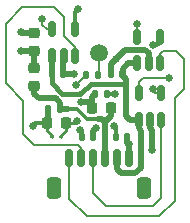
<source format=gbr>
%TF.GenerationSoftware,KiCad,Pcbnew,7.0.6*%
%TF.CreationDate,2024-06-20T12:42:18-04:00*%
%TF.ProjectId,ActiveImpactor_Encoder_Celera,41637469-7665-4496-9d70-6163746f725f,rev?*%
%TF.SameCoordinates,Original*%
%TF.FileFunction,Copper,L1,Top*%
%TF.FilePolarity,Positive*%
%FSLAX46Y46*%
G04 Gerber Fmt 4.6, Leading zero omitted, Abs format (unit mm)*
G04 Created by KiCad (PCBNEW 7.0.6) date 2024-06-20 12:42:18*
%MOMM*%
%LPD*%
G01*
G04 APERTURE LIST*
G04 Aperture macros list*
%AMRoundRect*
0 Rectangle with rounded corners*
0 $1 Rounding radius*
0 $2 $3 $4 $5 $6 $7 $8 $9 X,Y pos of 4 corners*
0 Add a 4 corners polygon primitive as box body*
4,1,4,$2,$3,$4,$5,$6,$7,$8,$9,$2,$3,0*
0 Add four circle primitives for the rounded corners*
1,1,$1+$1,$2,$3*
1,1,$1+$1,$4,$5*
1,1,$1+$1,$6,$7*
1,1,$1+$1,$8,$9*
0 Add four rect primitives between the rounded corners*
20,1,$1+$1,$2,$3,$4,$5,0*
20,1,$1+$1,$4,$5,$6,$7,0*
20,1,$1+$1,$6,$7,$8,$9,0*
20,1,$1+$1,$8,$9,$2,$3,0*%
G04 Aperture macros list end*
%TA.AperFunction,SMDPad,CuDef*%
%ADD10RoundRect,0.150000X0.150000X-0.512500X0.150000X0.512500X-0.150000X0.512500X-0.150000X-0.512500X0*%
%TD*%
%TA.AperFunction,SMDPad,CuDef*%
%ADD11RoundRect,0.140000X0.140000X0.170000X-0.140000X0.170000X-0.140000X-0.170000X0.140000X-0.170000X0*%
%TD*%
%TA.AperFunction,SMDPad,CuDef*%
%ADD12RoundRect,0.150000X0.150000X0.625000X-0.150000X0.625000X-0.150000X-0.625000X0.150000X-0.625000X0*%
%TD*%
%TA.AperFunction,SMDPad,CuDef*%
%ADD13RoundRect,0.250000X0.350000X0.650000X-0.350000X0.650000X-0.350000X-0.650000X0.350000X-0.650000X0*%
%TD*%
%TA.AperFunction,SMDPad,CuDef*%
%ADD14RoundRect,0.225000X-0.250000X0.225000X-0.250000X-0.225000X0.250000X-0.225000X0.250000X0.225000X0*%
%TD*%
%TA.AperFunction,SMDPad,CuDef*%
%ADD15C,1.500000*%
%TD*%
%TA.AperFunction,SMDPad,CuDef*%
%ADD16RoundRect,0.140000X-0.140000X-0.170000X0.140000X-0.170000X0.140000X0.170000X-0.140000X0.170000X0*%
%TD*%
%TA.AperFunction,SMDPad,CuDef*%
%ADD17RoundRect,0.062500X0.117500X0.062500X-0.117500X0.062500X-0.117500X-0.062500X0.117500X-0.062500X0*%
%TD*%
%TA.AperFunction,SMDPad,CuDef*%
%ADD18RoundRect,0.135000X0.135000X0.185000X-0.135000X0.185000X-0.135000X-0.185000X0.135000X-0.185000X0*%
%TD*%
%TA.AperFunction,SMDPad,CuDef*%
%ADD19RoundRect,0.225000X0.225000X0.250000X-0.225000X0.250000X-0.225000X-0.250000X0.225000X-0.250000X0*%
%TD*%
%TA.AperFunction,SMDPad,CuDef*%
%ADD20RoundRect,0.218750X-0.256250X0.218750X-0.256250X-0.218750X0.256250X-0.218750X0.256250X0.218750X0*%
%TD*%
%TA.AperFunction,SMDPad,CuDef*%
%ADD21RoundRect,0.225000X-0.225000X-0.250000X0.225000X-0.250000X0.225000X0.250000X-0.225000X0.250000X0*%
%TD*%
%TA.AperFunction,SMDPad,CuDef*%
%ADD22RoundRect,0.135000X-0.135000X-0.185000X0.135000X-0.185000X0.135000X0.185000X-0.135000X0.185000X0*%
%TD*%
%TA.AperFunction,ViaPad*%
%ADD23C,0.650000*%
%TD*%
%TA.AperFunction,Conductor*%
%ADD24C,0.500000*%
%TD*%
%TA.AperFunction,Conductor*%
%ADD25C,0.200000*%
%TD*%
%TA.AperFunction,Conductor*%
%ADD26C,0.300000*%
%TD*%
%TA.AperFunction,Conductor*%
%ADD27C,0.250000*%
%TD*%
%TA.AperFunction,Conductor*%
%ADD28C,0.400000*%
%TD*%
G04 APERTURE END LIST*
D10*
%TO.P,U102,1,VCC*%
%TO.N,+3.3V*%
X3350000Y-837500D03*
%TO.P,U102,2,GND*%
%TO.N,GND*%
X4300000Y-837500D03*
%TO.P,U102,3,RO*%
%TO.N,ENC_A*%
X5250000Y-837500D03*
%TO.P,U102,4,B*%
%TO.N,A-*%
X5250000Y1437500D03*
%TO.P,U102,5,A*%
%TO.N,A+*%
X3350000Y1437500D03*
%TD*%
D11*
%TO.P,C101,1*%
%TO.N,GND*%
X-520000Y-2300000D03*
%TO.P,C101,2*%
%TO.N,Net-(U101-DC1)*%
X-1480000Y-2300000D03*
%TD*%
D12*
%TO.P,J101,1,Pin_1*%
%TO.N,GND*%
X2500000Y-4075000D03*
%TO.P,J101,2,Pin_2*%
%TO.N,+3.3V*%
X1500000Y-4075000D03*
%TO.P,J101,3,Pin_3*%
%TO.N,+5V*%
X500000Y-4075000D03*
%TO.P,J101,4,Pin_4*%
%TO.N,ENC_A*%
X-500000Y-4075000D03*
%TO.P,J101,5,Pin_5*%
%TO.N,ENC_B*%
X-1500000Y-4075000D03*
%TO.P,J101,6,Pin_6*%
%TO.N,ENC_IW*%
X-2500000Y-4075000D03*
D13*
%TO.P,J101,MP*%
%TO.N,N/C*%
X3800000Y-6600000D03*
X-3800000Y-6600000D03*
%TD*%
D14*
%TO.P,C105,1*%
%TO.N,GND*%
X-5500000Y6575000D03*
%TO.P,C105,2*%
%TO.N,Net-(U101-+5VD)*%
X-5500000Y5025000D03*
%TD*%
D15*
%TO.P,TP101,1,1*%
%TO.N,Net-(R102-Pad2)*%
X0Y4800000D03*
%TD*%
D11*
%TO.P,C102,1*%
%TO.N,GND*%
X2380000Y-2300000D03*
%TO.P,C102,2*%
%TO.N,Net-(U101-DC2)*%
X1420000Y-2300000D03*
%TD*%
D16*
%TO.P,C107,1*%
%TO.N,+3.3V*%
X-3980000Y3100000D03*
%TO.P,C107,2*%
%TO.N,GND*%
X-3020000Y3100000D03*
%TD*%
D11*
%TO.P,C108,1*%
%TO.N,+3.3V*%
X1980000Y3100000D03*
%TO.P,C108,2*%
%TO.N,GND*%
X1020000Y3100000D03*
%TD*%
D10*
%TO.P,U104,1,VCC*%
%TO.N,+3.3V*%
X3250000Y3962500D03*
%TO.P,U104,2,GND*%
%TO.N,GND*%
X4200000Y3962500D03*
%TO.P,U104,3,RO*%
%TO.N,ENC_IW*%
X5150000Y3962500D03*
%TO.P,U104,4,B*%
%TO.N,IW-*%
X5150000Y6237500D03*
%TO.P,U104,5,A*%
%TO.N,IW+*%
X3250000Y6237500D03*
%TD*%
D17*
%TO.P,D101,1,K*%
%TO.N,Net-(D101-K)*%
X-4020000Y-2300000D03*
%TO.P,D101,2,A*%
%TO.N,Net-(D101-A)*%
X-3180000Y-2300000D03*
%TD*%
D18*
%TO.P,R101,1*%
%TO.N,+5V*%
X-3290000Y100000D03*
%TO.P,R101,2*%
%TO.N,Net-(D101-K)*%
X-4310000Y100000D03*
%TD*%
D19*
%TO.P,C104,1*%
%TO.N,+5V*%
X975000Y200000D03*
%TO.P,C104,2*%
%TO.N,GND*%
X-575000Y200000D03*
%TD*%
D20*
%TO.P,L101,1*%
%TO.N,Net-(U101-+5VD)*%
X-5500000Y3587500D03*
%TO.P,L101,2*%
%TO.N,+5V*%
X-5500000Y2012500D03*
%TD*%
D21*
%TO.P,C103,1*%
%TO.N,Net-(D101-K)*%
X-4375000Y-1100000D03*
%TO.P,C103,2*%
%TO.N,Net-(D101-A)*%
X-2825000Y-1100000D03*
%TD*%
D22*
%TO.P,R102,1*%
%TO.N,Net-(U101-S+)*%
X-1110000Y3000000D03*
%TO.P,R102,2*%
%TO.N,Net-(R102-Pad2)*%
X-90000Y3000000D03*
%TD*%
D10*
%TO.P,U103,1,VCC*%
%TO.N,+3.3V*%
X-3950000Y4562500D03*
%TO.P,U103,2,GND*%
%TO.N,GND*%
X-3000000Y4562500D03*
%TO.P,U103,3,RO*%
%TO.N,ENC_B*%
X-2050000Y4562500D03*
%TO.P,U103,4,B*%
%TO.N,B-*%
X-2050000Y6837500D03*
%TO.P,U103,5,A*%
%TO.N,B+*%
X-3950000Y6837500D03*
%TD*%
D16*
%TO.P,C106,1*%
%TO.N,+3.3V*%
X3520000Y-2300000D03*
%TO.P,C106,2*%
%TO.N,GND*%
X4480000Y-2300000D03*
%TD*%
D18*
%TO.P,R103,1*%
%TO.N,Net-(U101-CP+)*%
X710000Y1400000D03*
%TO.P,R103,2*%
%TO.N,GND*%
X-310000Y1400000D03*
%TD*%
D23*
%TO.N,Net-(D101-K)*%
X-5600000Y-1300000D03*
%TO.N,GND*%
X1451289Y4365147D03*
%TO.N,A+*%
X5900000Y2700000D03*
%TO.N,A-*%
X4604502Y1800000D03*
%TO.N,IW-*%
X4600000Y5500000D03*
%TO.N,IW+*%
X3250000Y7300000D03*
%TO.N,B+*%
X-4800000Y7700000D03*
%TO.N,B-*%
X-1800000Y8600000D03*
%TO.N,Net-(U101-+5VD)*%
X-6592955Y5048341D03*
%TO.N,GND*%
X-2100000Y3100000D03*
X-1500000Y700000D03*
X-6600000Y6600000D03*
%TO.N,Net-(U101-CP+)*%
X1362180Y1370023D03*
%TO.N,Net-(D101-A)*%
X-1870888Y-887165D03*
%TO.N,+5V*%
X519184Y-965365D03*
%TO.N,Net-(U101-S+)*%
X-1949124Y2134051D03*
%TO.N,Net-(U101-DC2)*%
X1300000Y-1300000D03*
%TO.N,GND*%
X2500000Y-2900000D03*
X4500000Y-3400000D03*
X-274500Y-1499500D03*
%TO.N,Net-(U101-DC1)*%
X-1624000Y-1700000D03*
%TD*%
D24*
%TO.N,+3.3V*%
X1500000Y-5000000D02*
X1500000Y-4075000D01*
X3061051Y-5338949D02*
X1838949Y-5338949D01*
X3520000Y-4880000D02*
X3061051Y-5338949D01*
X1838949Y-5338949D02*
X1500000Y-5000000D01*
X3520000Y-2300000D02*
X3520000Y-4880000D01*
D25*
%TO.N,ENC_B*%
X-2050000Y5350000D02*
X-2050000Y4562500D01*
X-3000000Y7900000D02*
X-3000000Y6300000D01*
X-6500000Y8700000D02*
X-3800000Y8700000D01*
X-6400000Y800000D02*
X-7900000Y2300000D01*
X-7900000Y7300000D02*
X-6500000Y8700000D01*
X-1500000Y-3200000D02*
X-1770911Y-2929089D01*
X-1500000Y-4075000D02*
X-1500000Y-3200000D01*
X-1770911Y-2929089D02*
X-5470911Y-2929089D01*
X-3800000Y8700000D02*
X-3000000Y7900000D01*
X-5470911Y-2929089D02*
X-6400000Y-2000000D01*
X-3000000Y6300000D02*
X-2050000Y5350000D01*
X-6400000Y-2000000D02*
X-6400000Y800000D01*
X-7900000Y2300000D02*
X-7900000Y7300000D01*
D26*
%TO.N,Net-(D101-K)*%
X-5400000Y-1100000D02*
X-4375000Y-1100000D01*
X-5600000Y-1300000D02*
X-5400000Y-1100000D01*
D27*
X-4020000Y-2300000D02*
X-4020000Y-2080000D01*
X-4020000Y-2080000D02*
X-4375000Y-1725000D01*
X-4375000Y-1725000D02*
X-4375000Y-1100000D01*
D26*
%TO.N,+5V*%
X-1029595Y-725000D02*
X-100000Y-725000D01*
X-1854595Y100000D02*
X-1029595Y-725000D01*
X-2599630Y100000D02*
X-1854595Y100000D01*
D24*
%TO.N,GND*%
X3905512Y5098472D02*
X2184614Y5098472D01*
X4200000Y4803984D02*
X3905512Y5098472D01*
X4200000Y3962500D02*
X4200000Y4803984D01*
X2184614Y5098472D02*
X1451289Y4365147D01*
X1020000Y3933858D02*
X1451289Y4365147D01*
X1020000Y3100000D02*
X1020000Y3933858D01*
%TO.N,+3.3V*%
X2462500Y3962500D02*
X3250000Y3962500D01*
X2000000Y3500000D02*
X2462500Y3962500D01*
X2000000Y2857500D02*
X2000000Y3500000D01*
X2637500Y-837500D02*
X2257500Y-457500D01*
X3350000Y-837500D02*
X2637500Y-837500D01*
X2257500Y-457500D02*
X2257500Y2600000D01*
X2257500Y2600000D02*
X2000000Y2857500D01*
D25*
%TO.N,A-*%
X4604502Y1595498D02*
X4762500Y1437500D01*
X4762500Y1437500D02*
X5250000Y1437500D01*
X4604502Y1800000D02*
X4604502Y1595498D01*
%TO.N,A+*%
X3350000Y2350000D02*
X3350000Y1437500D01*
X3700000Y2700000D02*
X3350000Y2350000D01*
X5900000Y2700000D02*
X3700000Y2700000D01*
%TO.N,ENC_IW*%
X-2500000Y-7500000D02*
X-2500000Y-4075000D01*
X-1000000Y-9000000D02*
X-2500000Y-7500000D01*
X5100000Y-9000000D02*
X-1000000Y-9000000D01*
X6398044Y-7701956D02*
X5100000Y-9000000D01*
X6398044Y998044D02*
X6398044Y-7701956D01*
X7200000Y4300000D02*
X7200000Y1800000D01*
X5400000Y5000000D02*
X6500000Y5000000D01*
X7200000Y1800000D02*
X6398044Y998044D01*
X5150000Y4750000D02*
X5400000Y5000000D01*
X6500000Y5000000D02*
X7200000Y4300000D01*
X5150000Y3962500D02*
X5150000Y4750000D01*
%TO.N,ENC_A*%
X600000Y-8100000D02*
X4600000Y-8100000D01*
X5250000Y-7450000D02*
X5250000Y-837500D01*
X-500000Y-4075000D02*
X-500000Y-7000000D01*
X-500000Y-7000000D02*
X600000Y-8100000D01*
X4600000Y-8100000D02*
X5250000Y-7450000D01*
%TO.N,IW+*%
X3250000Y7300000D02*
X3250000Y6237500D01*
D26*
%TO.N,IW-*%
X5150000Y5723817D02*
X5150000Y6237500D01*
X4926183Y5500000D02*
X5150000Y5723817D01*
X4600000Y5500000D02*
X4926183Y5500000D01*
D25*
%TO.N,B+*%
X-4437500Y6837500D02*
X-3950000Y6837500D01*
X-4800000Y7200000D02*
X-4437500Y6837500D01*
X-4800000Y7700000D02*
X-4800000Y7200000D01*
D26*
%TO.N,B-*%
X-2050000Y8350000D02*
X-2050000Y6837500D01*
X-1800000Y8600000D02*
X-2050000Y8350000D01*
D24*
%TO.N,Net-(U101-+5VD)*%
X-6592955Y5048341D02*
X-5523341Y5048341D01*
X-5523341Y5048341D02*
X-5500000Y5025000D01*
%TO.N,GND*%
X-3020000Y3100000D02*
X-2100000Y3100000D01*
D28*
%TO.N,+3.3V*%
X-3100443Y1409051D02*
X-3980000Y2288608D01*
X-1632870Y1425000D02*
X-1648819Y1409051D01*
X-3980000Y2288608D02*
X-3980000Y3100000D01*
X-1488984Y1425000D02*
X-1632870Y1425000D01*
X-713984Y2200000D02*
X-1488984Y1425000D01*
X-1648819Y1409051D02*
X-3100443Y1409051D01*
X2257500Y2200000D02*
X-713984Y2200000D01*
D25*
%TO.N,Net-(U101-S+)*%
X-1949124Y2134051D02*
X-1110000Y2973175D01*
X-1110000Y2973175D02*
X-1110000Y3000000D01*
%TO.N,Net-(R102-Pad2)*%
X-90000Y3000000D02*
X0Y3090000D01*
X0Y3090000D02*
X0Y4800000D01*
D24*
%TO.N,GND*%
X-575000Y700000D02*
X-1500000Y700000D01*
X-575000Y200000D02*
X-575000Y700000D01*
X-6575000Y6575000D02*
X-6600000Y6600000D01*
X-5500000Y6575000D02*
X-6575000Y6575000D01*
D26*
%TO.N,Net-(U101-CP+)*%
X1332203Y1400000D02*
X710000Y1400000D01*
X1362180Y1370023D02*
X1332203Y1400000D01*
D24*
%TO.N,+5V*%
X-2599630Y100000D02*
X-3290000Y100000D01*
X-3290000Y608658D02*
X-3290000Y100000D01*
X-3681342Y1000000D02*
X-3290000Y608658D01*
X-5100000Y1000000D02*
X-3681342Y1000000D01*
X-5500000Y1400000D02*
X-5100000Y1000000D01*
X-5500000Y2012500D02*
X-5500000Y1400000D01*
X500000Y-1000000D02*
X225000Y-725000D01*
X225000Y-725000D02*
X-100000Y-725000D01*
D27*
%TO.N,Net-(D101-A)*%
X-2083723Y-1100000D02*
X-1870888Y-887165D01*
X-2825000Y-1100000D02*
X-2083723Y-1100000D01*
D26*
%TO.N,Net-(U101-DC1)*%
X-1624000Y-1700000D02*
X-1480000Y-1844000D01*
X-1480000Y-1844000D02*
X-1480000Y-2300000D01*
D24*
%TO.N,GND*%
X-520000Y-1745000D02*
X-520000Y-2300000D01*
X-274500Y-1499500D02*
X-520000Y-1745000D01*
X-575000Y1135000D02*
X-310000Y1400000D01*
X-575000Y200000D02*
X-575000Y1135000D01*
%TO.N,+5V*%
X500000Y-1000000D02*
X500000Y-4075000D01*
X975000Y-525000D02*
X500000Y-1000000D01*
X975000Y200000D02*
X975000Y-525000D01*
D26*
%TO.N,Net-(U101-DC2)*%
X1300000Y-1300000D02*
X1420000Y-1420000D01*
X1420000Y-1420000D02*
X1420000Y-2300000D01*
D24*
%TO.N,GND*%
X2500000Y-2900000D02*
X2500000Y-4075000D01*
X2380000Y-2300000D02*
X2380000Y-2780000D01*
X2380000Y-2780000D02*
X2500000Y-2900000D01*
X4480000Y-3380000D02*
X4500000Y-3400000D01*
X4480000Y-2300000D02*
X4480000Y-3380000D01*
%TO.N,+3.3V*%
X3350000Y-1550000D02*
X3350000Y-837500D01*
X3520000Y-1720000D02*
X3350000Y-1550000D01*
X3520000Y-2300000D02*
X3520000Y-1720000D01*
%TO.N,GND*%
X4480000Y-2300000D02*
X4480000Y-1700000D01*
X4300000Y-1520000D02*
X4480000Y-1700000D01*
X4300000Y-837500D02*
X4300000Y-1520000D01*
X-3020000Y4542500D02*
X-3000000Y4562500D01*
X-3020000Y3100000D02*
X-3020000Y4542500D01*
%TO.N,+3.3V*%
X-3980000Y4532500D02*
X-3950000Y4562500D01*
X-3980000Y3100000D02*
X-3980000Y4532500D01*
%TO.N,Net-(U101-+5VD)*%
X-5500000Y3587500D02*
X-5500000Y5025000D01*
D27*
%TO.N,Net-(D101-A)*%
X-2825000Y-1725000D02*
X-2825000Y-1100000D01*
X-3180000Y-2300000D02*
X-3180000Y-2080000D01*
X-3180000Y-2080000D02*
X-2825000Y-1725000D01*
D24*
%TO.N,Net-(D101-K)*%
X-4310000Y100000D02*
X-4310000Y-1035000D01*
X-4310000Y-1035000D02*
X-4375000Y-1100000D01*
%TD*%
M02*

</source>
